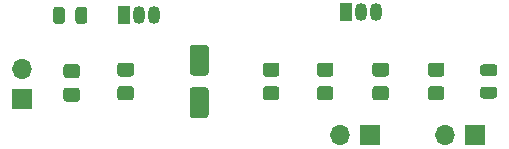
<source format=gbr>
%TF.GenerationSoftware,KiCad,Pcbnew,(5.1.7)-1*%
%TF.CreationDate,2020-12-08T09:59:05+02:00*%
%TF.ProjectId,Single_transistor_AMP,53696e67-6c65-45f7-9472-616e73697374,V1.0*%
%TF.SameCoordinates,Original*%
%TF.FileFunction,Soldermask,Top*%
%TF.FilePolarity,Negative*%
%FSLAX46Y46*%
G04 Gerber Fmt 4.6, Leading zero omitted, Abs format (unit mm)*
G04 Created by KiCad (PCBNEW (5.1.7)-1) date 2020-12-08 09:59:05*
%MOMM*%
%LPD*%
G01*
G04 APERTURE LIST*
%ADD10O,1.050000X1.500000*%
%ADD11R,1.050000X1.500000*%
%ADD12O,1.700000X1.700000*%
%ADD13R,1.700000X1.700000*%
G04 APERTURE END LIST*
%TO.C,C1*%
G36*
G01*
X122354000Y-78773000D02*
X122354000Y-79723000D01*
G75*
G02*
X122104000Y-79973000I-250000J0D01*
G01*
X121604000Y-79973000D01*
G75*
G02*
X121354000Y-79723000I0J250000D01*
G01*
X121354000Y-78773000D01*
G75*
G02*
X121604000Y-78523000I250000J0D01*
G01*
X122104000Y-78523000D01*
G75*
G02*
X122354000Y-78773000I0J-250000D01*
G01*
G37*
G36*
G01*
X120454000Y-78773000D02*
X120454000Y-79723000D01*
G75*
G02*
X120204000Y-79973000I-250000J0D01*
G01*
X119704000Y-79973000D01*
G75*
G02*
X119454000Y-79723000I0J250000D01*
G01*
X119454000Y-78773000D01*
G75*
G02*
X119704000Y-78523000I250000J0D01*
G01*
X120204000Y-78523000D01*
G75*
G02*
X120454000Y-78773000I0J-250000D01*
G01*
G37*
%TD*%
%TO.C,C2*%
G36*
G01*
X131276000Y-81736000D02*
X132376000Y-81736000D01*
G75*
G02*
X132626000Y-81986000I0J-250000D01*
G01*
X132626000Y-84086000D01*
G75*
G02*
X132376000Y-84336000I-250000J0D01*
G01*
X131276000Y-84336000D01*
G75*
G02*
X131026000Y-84086000I0J250000D01*
G01*
X131026000Y-81986000D01*
G75*
G02*
X131276000Y-81736000I250000J0D01*
G01*
G37*
G36*
G01*
X131276000Y-85336000D02*
X132376000Y-85336000D01*
G75*
G02*
X132626000Y-85586000I0J-250000D01*
G01*
X132626000Y-87686000D01*
G75*
G02*
X132376000Y-87936000I-250000J0D01*
G01*
X131276000Y-87936000D01*
G75*
G02*
X131026000Y-87686000I0J250000D01*
G01*
X131026000Y-85586000D01*
G75*
G02*
X131276000Y-85336000I250000J0D01*
G01*
G37*
%TD*%
%TO.C,C3*%
G36*
G01*
X156812000Y-84386000D02*
X155862000Y-84386000D01*
G75*
G02*
X155612000Y-84136000I0J250000D01*
G01*
X155612000Y-83636000D01*
G75*
G02*
X155862000Y-83386000I250000J0D01*
G01*
X156812000Y-83386000D01*
G75*
G02*
X157062000Y-83636000I0J-250000D01*
G01*
X157062000Y-84136000D01*
G75*
G02*
X156812000Y-84386000I-250000J0D01*
G01*
G37*
G36*
G01*
X156812000Y-86286000D02*
X155862000Y-86286000D01*
G75*
G02*
X155612000Y-86036000I0J250000D01*
G01*
X155612000Y-85536000D01*
G75*
G02*
X155862000Y-85286000I250000J0D01*
G01*
X156812000Y-85286000D01*
G75*
G02*
X157062000Y-85536000I0J-250000D01*
G01*
X157062000Y-86036000D01*
G75*
G02*
X156812000Y-86286000I-250000J0D01*
G01*
G37*
%TD*%
D10*
%TO.C,Q1*%
X126746000Y-79248000D03*
X128016000Y-79248000D03*
D11*
X125476000Y-79248000D03*
%TD*%
%TO.C,Q2*%
X144272000Y-78994000D03*
D10*
X146812000Y-78994000D03*
X145542000Y-78994000D03*
%TD*%
%TO.C,R1*%
G36*
G01*
X125152999Y-83236000D02*
X126053001Y-83236000D01*
G75*
G02*
X126303000Y-83485999I0J-249999D01*
G01*
X126303000Y-84186001D01*
G75*
G02*
X126053001Y-84436000I-249999J0D01*
G01*
X125152999Y-84436000D01*
G75*
G02*
X124903000Y-84186001I0J249999D01*
G01*
X124903000Y-83485999D01*
G75*
G02*
X125152999Y-83236000I249999J0D01*
G01*
G37*
G36*
G01*
X125152999Y-85236000D02*
X126053001Y-85236000D01*
G75*
G02*
X126303000Y-85485999I0J-249999D01*
G01*
X126303000Y-86186001D01*
G75*
G02*
X126053001Y-86436000I-249999J0D01*
G01*
X125152999Y-86436000D01*
G75*
G02*
X124903000Y-86186001I0J249999D01*
G01*
X124903000Y-85485999D01*
G75*
G02*
X125152999Y-85236000I249999J0D01*
G01*
G37*
%TD*%
%TO.C,R2*%
G36*
G01*
X147643001Y-84436000D02*
X146742999Y-84436000D01*
G75*
G02*
X146493000Y-84186001I0J249999D01*
G01*
X146493000Y-83485999D01*
G75*
G02*
X146742999Y-83236000I249999J0D01*
G01*
X147643001Y-83236000D01*
G75*
G02*
X147893000Y-83485999I0J-249999D01*
G01*
X147893000Y-84186001D01*
G75*
G02*
X147643001Y-84436000I-249999J0D01*
G01*
G37*
G36*
G01*
X147643001Y-86436000D02*
X146742999Y-86436000D01*
G75*
G02*
X146493000Y-86186001I0J249999D01*
G01*
X146493000Y-85485999D01*
G75*
G02*
X146742999Y-85236000I249999J0D01*
G01*
X147643001Y-85236000D01*
G75*
G02*
X147893000Y-85485999I0J-249999D01*
G01*
X147893000Y-86186001D01*
G75*
G02*
X147643001Y-86436000I-249999J0D01*
G01*
G37*
%TD*%
%TO.C,R3*%
G36*
G01*
X120580999Y-85363000D02*
X121481001Y-85363000D01*
G75*
G02*
X121731000Y-85612999I0J-249999D01*
G01*
X121731000Y-86313001D01*
G75*
G02*
X121481001Y-86563000I-249999J0D01*
G01*
X120580999Y-86563000D01*
G75*
G02*
X120331000Y-86313001I0J249999D01*
G01*
X120331000Y-85612999D01*
G75*
G02*
X120580999Y-85363000I249999J0D01*
G01*
G37*
G36*
G01*
X120580999Y-83363000D02*
X121481001Y-83363000D01*
G75*
G02*
X121731000Y-83612999I0J-249999D01*
G01*
X121731000Y-84313001D01*
G75*
G02*
X121481001Y-84563000I-249999J0D01*
G01*
X120580999Y-84563000D01*
G75*
G02*
X120331000Y-84313001I0J249999D01*
G01*
X120331000Y-83612999D01*
G75*
G02*
X120580999Y-83363000I249999J0D01*
G01*
G37*
%TD*%
%TO.C,R4*%
G36*
G01*
X137471999Y-83236000D02*
X138372001Y-83236000D01*
G75*
G02*
X138622000Y-83485999I0J-249999D01*
G01*
X138622000Y-84186001D01*
G75*
G02*
X138372001Y-84436000I-249999J0D01*
G01*
X137471999Y-84436000D01*
G75*
G02*
X137222000Y-84186001I0J249999D01*
G01*
X137222000Y-83485999D01*
G75*
G02*
X137471999Y-83236000I249999J0D01*
G01*
G37*
G36*
G01*
X137471999Y-85236000D02*
X138372001Y-85236000D01*
G75*
G02*
X138622000Y-85485999I0J-249999D01*
G01*
X138622000Y-86186001D01*
G75*
G02*
X138372001Y-86436000I-249999J0D01*
G01*
X137471999Y-86436000D01*
G75*
G02*
X137222000Y-86186001I0J249999D01*
G01*
X137222000Y-85485999D01*
G75*
G02*
X137471999Y-85236000I249999J0D01*
G01*
G37*
%TD*%
%TO.C,R5*%
G36*
G01*
X152342001Y-84436000D02*
X151441999Y-84436000D01*
G75*
G02*
X151192000Y-84186001I0J249999D01*
G01*
X151192000Y-83485999D01*
G75*
G02*
X151441999Y-83236000I249999J0D01*
G01*
X152342001Y-83236000D01*
G75*
G02*
X152592000Y-83485999I0J-249999D01*
G01*
X152592000Y-84186001D01*
G75*
G02*
X152342001Y-84436000I-249999J0D01*
G01*
G37*
G36*
G01*
X152342001Y-86436000D02*
X151441999Y-86436000D01*
G75*
G02*
X151192000Y-86186001I0J249999D01*
G01*
X151192000Y-85485999D01*
G75*
G02*
X151441999Y-85236000I249999J0D01*
G01*
X152342001Y-85236000D01*
G75*
G02*
X152592000Y-85485999I0J-249999D01*
G01*
X152592000Y-86186001D01*
G75*
G02*
X152342001Y-86436000I-249999J0D01*
G01*
G37*
%TD*%
%TO.C,R6*%
G36*
G01*
X142043999Y-83236000D02*
X142944001Y-83236000D01*
G75*
G02*
X143194000Y-83485999I0J-249999D01*
G01*
X143194000Y-84186001D01*
G75*
G02*
X142944001Y-84436000I-249999J0D01*
G01*
X142043999Y-84436000D01*
G75*
G02*
X141794000Y-84186001I0J249999D01*
G01*
X141794000Y-83485999D01*
G75*
G02*
X142043999Y-83236000I249999J0D01*
G01*
G37*
G36*
G01*
X142043999Y-85236000D02*
X142944001Y-85236000D01*
G75*
G02*
X143194000Y-85485999I0J-249999D01*
G01*
X143194000Y-86186001D01*
G75*
G02*
X142944001Y-86436000I-249999J0D01*
G01*
X142043999Y-86436000D01*
G75*
G02*
X141794000Y-86186001I0J249999D01*
G01*
X141794000Y-85485999D01*
G75*
G02*
X142043999Y-85236000I249999J0D01*
G01*
G37*
%TD*%
D12*
%TO.C,J1*%
X116840000Y-83820000D03*
D13*
X116840000Y-86360000D03*
%TD*%
%TO.C,J3*%
X155194000Y-89408000D03*
D12*
X152654000Y-89408000D03*
%TD*%
D13*
%TO.C,J2*%
X146304000Y-89408000D03*
D12*
X143764000Y-89408000D03*
%TD*%
M02*

</source>
